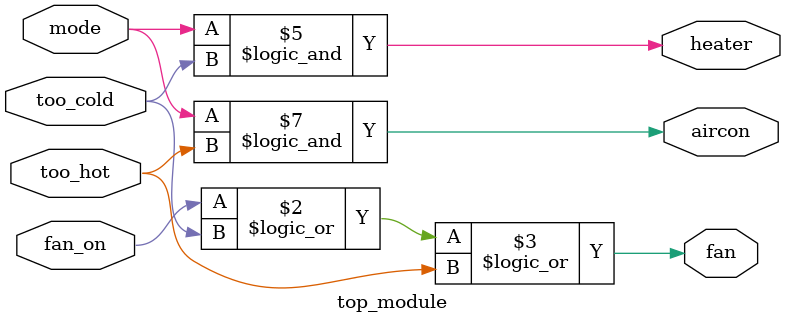
<source format=sv>
module top_module(
    input wire mode,
    input wire too_cold, 
    input wire too_hot,
    input wire fan_on,
    output reg heater,
    output reg aircon,
    output reg fan
);

    // Fan control
    always @(*)
    begin
        fan = fan_on || too_cold || too_hot;
    end

    // Heater control
    always @(*)
    begin
        heater = mode && too_cold;
    end

    // Aircon control
    always @(*)
    begin
        aircon = mode && too_hot;
    end

endmodule

</source>
